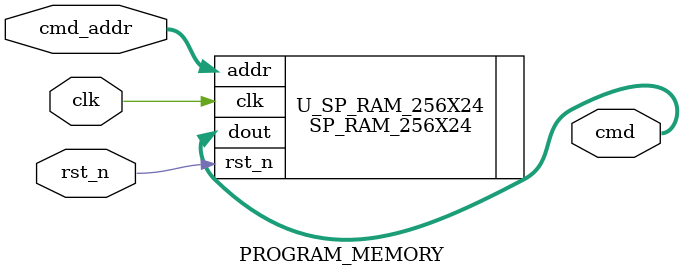
<source format=v>
module PROGRAM_MEMORY(
	input clk,
	input rst_n,
	input [7:0]cmd_addr,
	
	output [23:0]cmd
);
	/*parameter*/
	/*autodef*/
	SP_RAM_256X24 U_SP_RAM_256X24(/*autoinst*/
        .clk                    (clk                            ), //input
        .rst_n                  (rst_n                          ), //input //INST_NEW
        .addr                   (cmd_addr                      ), //input
        .dout                   (cmd                     )  //output
    );

endmodule
//Local Variables:
//verilog-library-directories:()
//verilog-library-directories-recursive:1
//End:

</source>
